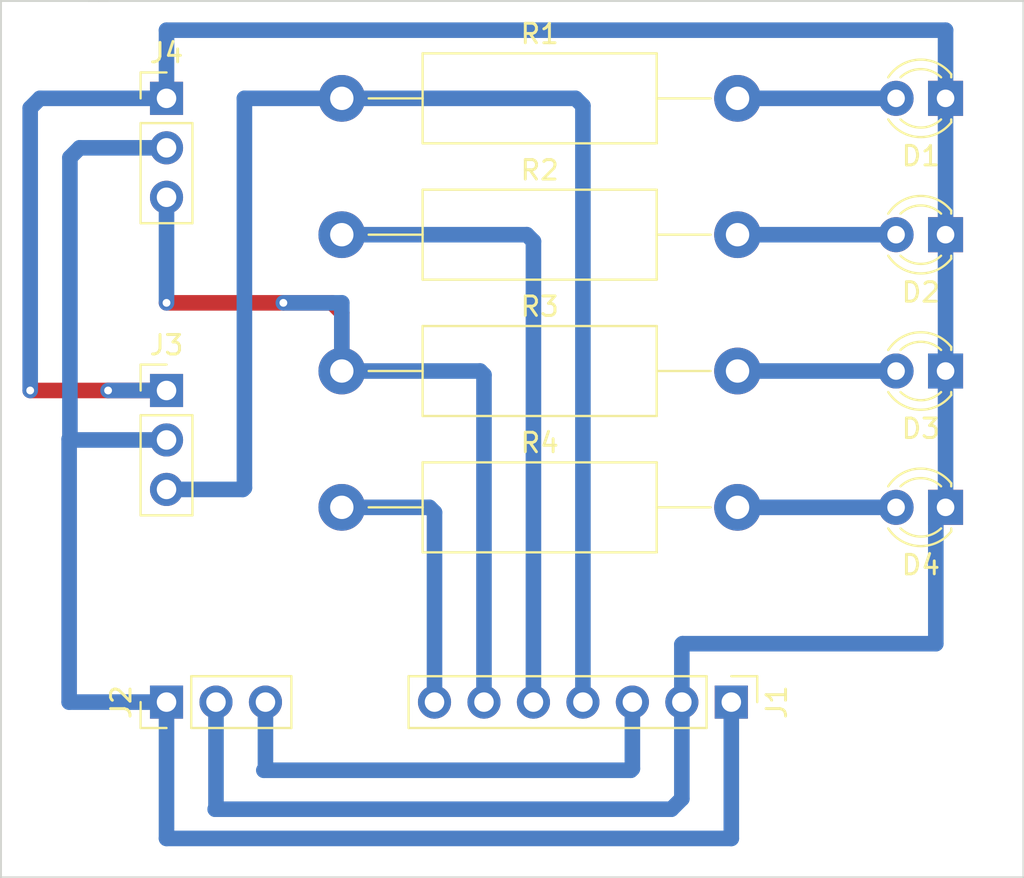
<source format=kicad_pcb>
(kicad_pcb (version 4) (host pcbnew 4.0.7)

  (general
    (links 21)
    (no_connects 0)
    (area 222.449999 68.949999 275.050001 114.050001)
    (thickness 1.6)
    (drawings 6)
    (tracks 68)
    (zones 0)
    (modules 12)
    (nets 12)
  )

  (page A4)
  (layers
    (0 F.Cu signal hide)
    (31 B.Cu signal)
    (32 B.Adhes user)
    (33 F.Adhes user)
    (34 B.Paste user)
    (35 F.Paste user)
    (36 B.SilkS user)
    (37 F.SilkS user)
    (38 B.Mask user)
    (39 F.Mask user)
    (40 Dwgs.User user)
    (41 Cmts.User user)
    (42 Eco1.User user)
    (43 Eco2.User user)
    (44 Edge.Cuts user)
    (45 Margin user)
    (46 B.CrtYd user)
    (47 F.CrtYd user)
    (48 B.Fab user)
    (49 F.Fab user)
  )

  (setup
    (last_trace_width 0.25)
    (user_trace_width 0.8)
    (trace_clearance 0.2)
    (zone_clearance 0.508)
    (zone_45_only no)
    (trace_min 0.2)
    (segment_width 0.2)
    (edge_width 0.1)
    (via_size 0.6)
    (via_drill 0.4)
    (via_min_size 0.4)
    (via_min_drill 0.3)
    (user_via 1.5 0.8)
    (uvia_size 0.3)
    (uvia_drill 0.1)
    (uvias_allowed no)
    (uvia_min_size 0.2)
    (uvia_min_drill 0.1)
    (pcb_text_width 0.3)
    (pcb_text_size 1.5 1.5)
    (mod_edge_width 0.15)
    (mod_text_size 1 1)
    (mod_text_width 0.15)
    (pad_size 1.5 1.5)
    (pad_drill 0.6)
    (pad_to_mask_clearance 0)
    (aux_axis_origin 0 0)
    (visible_elements FFFFFF7F)
    (pcbplotparams
      (layerselection 0x00030_80000001)
      (usegerberextensions false)
      (excludeedgelayer true)
      (linewidth 0.100000)
      (plotframeref false)
      (viasonmask false)
      (mode 1)
      (useauxorigin false)
      (hpglpennumber 1)
      (hpglpenspeed 20)
      (hpglpendiameter 15)
      (hpglpenoverlay 2)
      (psnegative false)
      (psa4output false)
      (plotreference true)
      (plotvalue true)
      (plotinvisibletext false)
      (padsonsilk false)
      (subtractmaskfromsilk false)
      (outputformat 4)
      (mirror false)
      (drillshape 0)
      (scaleselection 1)
      (outputdirectory ""))
  )

  (net 0 "")
  (net 1 "Net-(D1-Pad1)")
  (net 2 "Net-(D1-Pad2)")
  (net 3 "Net-(D2-Pad2)")
  (net 4 "Net-(D3-Pad2)")
  (net 5 "Net-(D4-Pad2)")
  (net 6 "Net-(J1-Pad1)")
  (net 7 "Net-(J1-Pad3)")
  (net 8 "Net-(J1-Pad4)")
  (net 9 "Net-(J1-Pad5)")
  (net 10 "Net-(J1-Pad6)")
  (net 11 "Net-(J1-Pad7)")

  (net_class Default "This is the default net class."
    (clearance 0.2)
    (trace_width 0.25)
    (via_dia 0.6)
    (via_drill 0.4)
    (uvia_dia 0.3)
    (uvia_drill 0.1)
    (add_net "Net-(D1-Pad1)")
    (add_net "Net-(D1-Pad2)")
    (add_net "Net-(D2-Pad2)")
    (add_net "Net-(D3-Pad2)")
    (add_net "Net-(D4-Pad2)")
    (add_net "Net-(J1-Pad1)")
    (add_net "Net-(J1-Pad3)")
    (add_net "Net-(J1-Pad4)")
    (add_net "Net-(J1-Pad5)")
    (add_net "Net-(J1-Pad6)")
    (add_net "Net-(J1-Pad7)")
  )

  (net_class MED ""
    (clearance 0.3)
    (trace_width 0.5)
    (via_dia 1)
    (via_drill 0.5)
    (uvia_dia 0.5)
    (uvia_drill 0.2)
  )

  (module LEDs:LED_D3.0mm (layer F.Cu) (tedit 587A3A7B) (tstamp 5C77CB31)
    (at 271 74 180)
    (descr "LED, diameter 3.0mm, 2 pins")
    (tags "LED diameter 3.0mm 2 pins")
    (path /5C6D01AC)
    (fp_text reference D1 (at 1.27 -2.96 180) (layer F.SilkS)
      (effects (font (size 1 1) (thickness 0.15)))
    )
    (fp_text value LED (at 1.27 2.96 180) (layer F.Fab)
      (effects (font (size 1 1) (thickness 0.15)))
    )
    (fp_arc (start 1.27 0) (end -0.23 -1.16619) (angle 284.3) (layer F.Fab) (width 0.1))
    (fp_arc (start 1.27 0) (end -0.29 -1.235516) (angle 108.8) (layer F.SilkS) (width 0.12))
    (fp_arc (start 1.27 0) (end -0.29 1.235516) (angle -108.8) (layer F.SilkS) (width 0.12))
    (fp_arc (start 1.27 0) (end 0.229039 -1.08) (angle 87.9) (layer F.SilkS) (width 0.12))
    (fp_arc (start 1.27 0) (end 0.229039 1.08) (angle -87.9) (layer F.SilkS) (width 0.12))
    (fp_circle (center 1.27 0) (end 2.77 0) (layer F.Fab) (width 0.1))
    (fp_line (start -0.23 -1.16619) (end -0.23 1.16619) (layer F.Fab) (width 0.1))
    (fp_line (start -0.29 -1.236) (end -0.29 -1.08) (layer F.SilkS) (width 0.12))
    (fp_line (start -0.29 1.08) (end -0.29 1.236) (layer F.SilkS) (width 0.12))
    (fp_line (start -1.15 -2.25) (end -1.15 2.25) (layer F.CrtYd) (width 0.05))
    (fp_line (start -1.15 2.25) (end 3.7 2.25) (layer F.CrtYd) (width 0.05))
    (fp_line (start 3.7 2.25) (end 3.7 -2.25) (layer F.CrtYd) (width 0.05))
    (fp_line (start 3.7 -2.25) (end -1.15 -2.25) (layer F.CrtYd) (width 0.05))
    (pad 1 thru_hole rect (at 0 0 180) (size 1.8 1.8) (drill 0.9) (layers *.Cu *.Mask)
      (net 1 "Net-(D1-Pad1)"))
    (pad 2 thru_hole circle (at 2.54 0 180) (size 1.8 1.8) (drill 0.9) (layers *.Cu *.Mask)
      (net 2 "Net-(D1-Pad2)"))
    (model ${KISYS3DMOD}/LEDs.3dshapes/LED_D3.0mm.wrl
      (at (xyz 0 0 0))
      (scale (xyz 0.393701 0.393701 0.393701))
      (rotate (xyz 0 0 0))
    )
  )

  (module LEDs:LED_D3.0mm (layer F.Cu) (tedit 587A3A7B) (tstamp 5C77CB44)
    (at 271 81 180)
    (descr "LED, diameter 3.0mm, 2 pins")
    (tags "LED diameter 3.0mm 2 pins")
    (path /5C6D021B)
    (fp_text reference D2 (at 1.27 -2.96 180) (layer F.SilkS)
      (effects (font (size 1 1) (thickness 0.15)))
    )
    (fp_text value LED (at 1.27 2.96 180) (layer F.Fab)
      (effects (font (size 1 1) (thickness 0.15)))
    )
    (fp_arc (start 1.27 0) (end -0.23 -1.16619) (angle 284.3) (layer F.Fab) (width 0.1))
    (fp_arc (start 1.27 0) (end -0.29 -1.235516) (angle 108.8) (layer F.SilkS) (width 0.12))
    (fp_arc (start 1.27 0) (end -0.29 1.235516) (angle -108.8) (layer F.SilkS) (width 0.12))
    (fp_arc (start 1.27 0) (end 0.229039 -1.08) (angle 87.9) (layer F.SilkS) (width 0.12))
    (fp_arc (start 1.27 0) (end 0.229039 1.08) (angle -87.9) (layer F.SilkS) (width 0.12))
    (fp_circle (center 1.27 0) (end 2.77 0) (layer F.Fab) (width 0.1))
    (fp_line (start -0.23 -1.16619) (end -0.23 1.16619) (layer F.Fab) (width 0.1))
    (fp_line (start -0.29 -1.236) (end -0.29 -1.08) (layer F.SilkS) (width 0.12))
    (fp_line (start -0.29 1.08) (end -0.29 1.236) (layer F.SilkS) (width 0.12))
    (fp_line (start -1.15 -2.25) (end -1.15 2.25) (layer F.CrtYd) (width 0.05))
    (fp_line (start -1.15 2.25) (end 3.7 2.25) (layer F.CrtYd) (width 0.05))
    (fp_line (start 3.7 2.25) (end 3.7 -2.25) (layer F.CrtYd) (width 0.05))
    (fp_line (start 3.7 -2.25) (end -1.15 -2.25) (layer F.CrtYd) (width 0.05))
    (pad 1 thru_hole rect (at 0 0 180) (size 1.8 1.8) (drill 0.9) (layers *.Cu *.Mask)
      (net 1 "Net-(D1-Pad1)"))
    (pad 2 thru_hole circle (at 2.54 0 180) (size 1.8 1.8) (drill 0.9) (layers *.Cu *.Mask)
      (net 3 "Net-(D2-Pad2)"))
    (model ${KISYS3DMOD}/LEDs.3dshapes/LED_D3.0mm.wrl
      (at (xyz 0 0 0))
      (scale (xyz 0.393701 0.393701 0.393701))
      (rotate (xyz 0 0 0))
    )
  )

  (module LEDs:LED_D3.0mm (layer F.Cu) (tedit 587A3A7B) (tstamp 5C77CB57)
    (at 271 88 180)
    (descr "LED, diameter 3.0mm, 2 pins")
    (tags "LED diameter 3.0mm 2 pins")
    (path /5C6D013D)
    (fp_text reference D3 (at 1.27 -2.96 180) (layer F.SilkS)
      (effects (font (size 1 1) (thickness 0.15)))
    )
    (fp_text value LED (at 1.27 2.96 180) (layer F.Fab)
      (effects (font (size 1 1) (thickness 0.15)))
    )
    (fp_arc (start 1.27 0) (end -0.23 -1.16619) (angle 284.3) (layer F.Fab) (width 0.1))
    (fp_arc (start 1.27 0) (end -0.29 -1.235516) (angle 108.8) (layer F.SilkS) (width 0.12))
    (fp_arc (start 1.27 0) (end -0.29 1.235516) (angle -108.8) (layer F.SilkS) (width 0.12))
    (fp_arc (start 1.27 0) (end 0.229039 -1.08) (angle 87.9) (layer F.SilkS) (width 0.12))
    (fp_arc (start 1.27 0) (end 0.229039 1.08) (angle -87.9) (layer F.SilkS) (width 0.12))
    (fp_circle (center 1.27 0) (end 2.77 0) (layer F.Fab) (width 0.1))
    (fp_line (start -0.23 -1.16619) (end -0.23 1.16619) (layer F.Fab) (width 0.1))
    (fp_line (start -0.29 -1.236) (end -0.29 -1.08) (layer F.SilkS) (width 0.12))
    (fp_line (start -0.29 1.08) (end -0.29 1.236) (layer F.SilkS) (width 0.12))
    (fp_line (start -1.15 -2.25) (end -1.15 2.25) (layer F.CrtYd) (width 0.05))
    (fp_line (start -1.15 2.25) (end 3.7 2.25) (layer F.CrtYd) (width 0.05))
    (fp_line (start 3.7 2.25) (end 3.7 -2.25) (layer F.CrtYd) (width 0.05))
    (fp_line (start 3.7 -2.25) (end -1.15 -2.25) (layer F.CrtYd) (width 0.05))
    (pad 1 thru_hole rect (at 0 0 180) (size 1.8 1.8) (drill 0.9) (layers *.Cu *.Mask)
      (net 1 "Net-(D1-Pad1)"))
    (pad 2 thru_hole circle (at 2.54 0 180) (size 1.8 1.8) (drill 0.9) (layers *.Cu *.Mask)
      (net 4 "Net-(D3-Pad2)"))
    (model ${KISYS3DMOD}/LEDs.3dshapes/LED_D3.0mm.wrl
      (at (xyz 0 0 0))
      (scale (xyz 0.393701 0.393701 0.393701))
      (rotate (xyz 0 0 0))
    )
  )

  (module LEDs:LED_D3.0mm (layer F.Cu) (tedit 587A3A7B) (tstamp 5C77CB6A)
    (at 271 95 180)
    (descr "LED, diameter 3.0mm, 2 pins")
    (tags "LED diameter 3.0mm 2 pins")
    (path /5C6D00FC)
    (fp_text reference D4 (at 1.27 -2.96 180) (layer F.SilkS)
      (effects (font (size 1 1) (thickness 0.15)))
    )
    (fp_text value LED (at 1.27 2.96 180) (layer F.Fab)
      (effects (font (size 1 1) (thickness 0.15)))
    )
    (fp_arc (start 1.27 0) (end -0.23 -1.16619) (angle 284.3) (layer F.Fab) (width 0.1))
    (fp_arc (start 1.27 0) (end -0.29 -1.235516) (angle 108.8) (layer F.SilkS) (width 0.12))
    (fp_arc (start 1.27 0) (end -0.29 1.235516) (angle -108.8) (layer F.SilkS) (width 0.12))
    (fp_arc (start 1.27 0) (end 0.229039 -1.08) (angle 87.9) (layer F.SilkS) (width 0.12))
    (fp_arc (start 1.27 0) (end 0.229039 1.08) (angle -87.9) (layer F.SilkS) (width 0.12))
    (fp_circle (center 1.27 0) (end 2.77 0) (layer F.Fab) (width 0.1))
    (fp_line (start -0.23 -1.16619) (end -0.23 1.16619) (layer F.Fab) (width 0.1))
    (fp_line (start -0.29 -1.236) (end -0.29 -1.08) (layer F.SilkS) (width 0.12))
    (fp_line (start -0.29 1.08) (end -0.29 1.236) (layer F.SilkS) (width 0.12))
    (fp_line (start -1.15 -2.25) (end -1.15 2.25) (layer F.CrtYd) (width 0.05))
    (fp_line (start -1.15 2.25) (end 3.7 2.25) (layer F.CrtYd) (width 0.05))
    (fp_line (start 3.7 2.25) (end 3.7 -2.25) (layer F.CrtYd) (width 0.05))
    (fp_line (start 3.7 -2.25) (end -1.15 -2.25) (layer F.CrtYd) (width 0.05))
    (pad 1 thru_hole rect (at 0 0 180) (size 1.8 1.8) (drill 0.9) (layers *.Cu *.Mask)
      (net 1 "Net-(D1-Pad1)"))
    (pad 2 thru_hole circle (at 2.54 0 180) (size 1.8 1.8) (drill 0.9) (layers *.Cu *.Mask)
      (net 5 "Net-(D4-Pad2)"))
    (model ${KISYS3DMOD}/LEDs.3dshapes/LED_D3.0mm.wrl
      (at (xyz 0 0 0))
      (scale (xyz 0.393701 0.393701 0.393701))
      (rotate (xyz 0 0 0))
    )
  )

  (module Pin_Headers:Pin_Header_Straight_1x07_Pitch2.54mm (layer F.Cu) (tedit 59650532) (tstamp 5C77CB85)
    (at 260 105 270)
    (descr "Through hole straight pin header, 1x07, 2.54mm pitch, single row")
    (tags "Through hole pin header THT 1x07 2.54mm single row")
    (path /5C6FA103)
    (fp_text reference J1 (at 0 -2.33 270) (layer F.SilkS)
      (effects (font (size 1 1) (thickness 0.15)))
    )
    (fp_text value Conn_01x07 (at 0 17.57 270) (layer F.Fab)
      (effects (font (size 1 1) (thickness 0.15)))
    )
    (fp_line (start -0.635 -1.27) (end 1.27 -1.27) (layer F.Fab) (width 0.1))
    (fp_line (start 1.27 -1.27) (end 1.27 16.51) (layer F.Fab) (width 0.1))
    (fp_line (start 1.27 16.51) (end -1.27 16.51) (layer F.Fab) (width 0.1))
    (fp_line (start -1.27 16.51) (end -1.27 -0.635) (layer F.Fab) (width 0.1))
    (fp_line (start -1.27 -0.635) (end -0.635 -1.27) (layer F.Fab) (width 0.1))
    (fp_line (start -1.33 16.57) (end 1.33 16.57) (layer F.SilkS) (width 0.12))
    (fp_line (start -1.33 1.27) (end -1.33 16.57) (layer F.SilkS) (width 0.12))
    (fp_line (start 1.33 1.27) (end 1.33 16.57) (layer F.SilkS) (width 0.12))
    (fp_line (start -1.33 1.27) (end 1.33 1.27) (layer F.SilkS) (width 0.12))
    (fp_line (start -1.33 0) (end -1.33 -1.33) (layer F.SilkS) (width 0.12))
    (fp_line (start -1.33 -1.33) (end 0 -1.33) (layer F.SilkS) (width 0.12))
    (fp_line (start -1.8 -1.8) (end -1.8 17.05) (layer F.CrtYd) (width 0.05))
    (fp_line (start -1.8 17.05) (end 1.8 17.05) (layer F.CrtYd) (width 0.05))
    (fp_line (start 1.8 17.05) (end 1.8 -1.8) (layer F.CrtYd) (width 0.05))
    (fp_line (start 1.8 -1.8) (end -1.8 -1.8) (layer F.CrtYd) (width 0.05))
    (fp_text user %R (at 0 7.62 360) (layer F.Fab)
      (effects (font (size 1 1) (thickness 0.15)))
    )
    (pad 1 thru_hole rect (at 0 0 270) (size 1.7 1.7) (drill 1) (layers *.Cu *.Mask)
      (net 6 "Net-(J1-Pad1)"))
    (pad 2 thru_hole oval (at 0 2.54 270) (size 1.7 1.7) (drill 1) (layers *.Cu *.Mask)
      (net 1 "Net-(D1-Pad1)"))
    (pad 3 thru_hole oval (at 0 5.08 270) (size 1.7 1.7) (drill 1) (layers *.Cu *.Mask)
      (net 7 "Net-(J1-Pad3)"))
    (pad 4 thru_hole oval (at 0 7.62 270) (size 1.7 1.7) (drill 1) (layers *.Cu *.Mask)
      (net 8 "Net-(J1-Pad4)"))
    (pad 5 thru_hole oval (at 0 10.16 270) (size 1.7 1.7) (drill 1) (layers *.Cu *.Mask)
      (net 9 "Net-(J1-Pad5)"))
    (pad 6 thru_hole oval (at 0 12.7 270) (size 1.7 1.7) (drill 1) (layers *.Cu *.Mask)
      (net 10 "Net-(J1-Pad6)"))
    (pad 7 thru_hole oval (at 0 15.24 270) (size 1.7 1.7) (drill 1) (layers *.Cu *.Mask)
      (net 11 "Net-(J1-Pad7)"))
    (model ${KISYS3DMOD}/Pin_Headers.3dshapes/Pin_Header_Straight_1x07_Pitch2.54mm.wrl
      (at (xyz 0 0 0))
      (scale (xyz 1 1 1))
      (rotate (xyz 0 0 0))
    )
  )

  (module Socket_Strips:Socket_Strip_Straight_1x03_Pitch2.54mm (layer F.Cu) (tedit 58CD5446) (tstamp 5C77CB9B)
    (at 231 105 90)
    (descr "Through hole straight socket strip, 1x03, 2.54mm pitch, single row")
    (tags "Through hole socket strip THT 1x03 2.54mm single row")
    (path /5C75928C)
    (fp_text reference J2 (at 0 -2.33 90) (layer F.SilkS)
      (effects (font (size 1 1) (thickness 0.15)))
    )
    (fp_text value Conn_01x03_Female (at 0 7.41 90) (layer F.Fab)
      (effects (font (size 1 1) (thickness 0.15)))
    )
    (fp_line (start -1.27 -1.27) (end -1.27 6.35) (layer F.Fab) (width 0.1))
    (fp_line (start -1.27 6.35) (end 1.27 6.35) (layer F.Fab) (width 0.1))
    (fp_line (start 1.27 6.35) (end 1.27 -1.27) (layer F.Fab) (width 0.1))
    (fp_line (start 1.27 -1.27) (end -1.27 -1.27) (layer F.Fab) (width 0.1))
    (fp_line (start -1.33 1.27) (end -1.33 6.41) (layer F.SilkS) (width 0.12))
    (fp_line (start -1.33 6.41) (end 1.33 6.41) (layer F.SilkS) (width 0.12))
    (fp_line (start 1.33 6.41) (end 1.33 1.27) (layer F.SilkS) (width 0.12))
    (fp_line (start 1.33 1.27) (end -1.33 1.27) (layer F.SilkS) (width 0.12))
    (fp_line (start -1.33 0) (end -1.33 -1.33) (layer F.SilkS) (width 0.12))
    (fp_line (start -1.33 -1.33) (end 0 -1.33) (layer F.SilkS) (width 0.12))
    (fp_line (start -1.8 -1.8) (end -1.8 6.85) (layer F.CrtYd) (width 0.05))
    (fp_line (start -1.8 6.85) (end 1.8 6.85) (layer F.CrtYd) (width 0.05))
    (fp_line (start 1.8 6.85) (end 1.8 -1.8) (layer F.CrtYd) (width 0.05))
    (fp_line (start 1.8 -1.8) (end -1.8 -1.8) (layer F.CrtYd) (width 0.05))
    (fp_text user %R (at 0 -2.33 90) (layer F.Fab)
      (effects (font (size 1 1) (thickness 0.15)))
    )
    (pad 1 thru_hole rect (at 0 0 90) (size 1.7 1.7) (drill 1) (layers *.Cu *.Mask)
      (net 6 "Net-(J1-Pad1)"))
    (pad 2 thru_hole oval (at 0 2.54 90) (size 1.7 1.7) (drill 1) (layers *.Cu *.Mask)
      (net 1 "Net-(D1-Pad1)"))
    (pad 3 thru_hole oval (at 0 5.08 90) (size 1.7 1.7) (drill 1) (layers *.Cu *.Mask)
      (net 7 "Net-(J1-Pad3)"))
    (model ${KISYS3DMOD}/Socket_Strips.3dshapes/Socket_Strip_Straight_1x03_Pitch2.54mm.wrl
      (at (xyz 0 -0.1 0))
      (scale (xyz 1 1 1))
      (rotate (xyz 0 0 270))
    )
  )

  (module Socket_Strips:Socket_Strip_Straight_1x03_Pitch2.54mm (layer F.Cu) (tedit 58CD5446) (tstamp 5C77CBB1)
    (at 231 89)
    (descr "Through hole straight socket strip, 1x03, 2.54mm pitch, single row")
    (tags "Through hole socket strip THT 1x03 2.54mm single row")
    (path /5C7593E2)
    (fp_text reference J3 (at 0 -2.33) (layer F.SilkS)
      (effects (font (size 1 1) (thickness 0.15)))
    )
    (fp_text value Conn_01x03_Female (at 0 7.41) (layer F.Fab)
      (effects (font (size 1 1) (thickness 0.15)))
    )
    (fp_line (start -1.27 -1.27) (end -1.27 6.35) (layer F.Fab) (width 0.1))
    (fp_line (start -1.27 6.35) (end 1.27 6.35) (layer F.Fab) (width 0.1))
    (fp_line (start 1.27 6.35) (end 1.27 -1.27) (layer F.Fab) (width 0.1))
    (fp_line (start 1.27 -1.27) (end -1.27 -1.27) (layer F.Fab) (width 0.1))
    (fp_line (start -1.33 1.27) (end -1.33 6.41) (layer F.SilkS) (width 0.12))
    (fp_line (start -1.33 6.41) (end 1.33 6.41) (layer F.SilkS) (width 0.12))
    (fp_line (start 1.33 6.41) (end 1.33 1.27) (layer F.SilkS) (width 0.12))
    (fp_line (start 1.33 1.27) (end -1.33 1.27) (layer F.SilkS) (width 0.12))
    (fp_line (start -1.33 0) (end -1.33 -1.33) (layer F.SilkS) (width 0.12))
    (fp_line (start -1.33 -1.33) (end 0 -1.33) (layer F.SilkS) (width 0.12))
    (fp_line (start -1.8 -1.8) (end -1.8 6.85) (layer F.CrtYd) (width 0.05))
    (fp_line (start -1.8 6.85) (end 1.8 6.85) (layer F.CrtYd) (width 0.05))
    (fp_line (start 1.8 6.85) (end 1.8 -1.8) (layer F.CrtYd) (width 0.05))
    (fp_line (start 1.8 -1.8) (end -1.8 -1.8) (layer F.CrtYd) (width 0.05))
    (fp_text user %R (at 0 -2.33) (layer F.Fab)
      (effects (font (size 1 1) (thickness 0.15)))
    )
    (pad 1 thru_hole rect (at 0 0) (size 1.7 1.7) (drill 1) (layers *.Cu *.Mask)
      (net 1 "Net-(D1-Pad1)"))
    (pad 2 thru_hole oval (at 0 2.54) (size 1.7 1.7) (drill 1) (layers *.Cu *.Mask)
      (net 6 "Net-(J1-Pad1)"))
    (pad 3 thru_hole oval (at 0 5.08) (size 1.7 1.7) (drill 1) (layers *.Cu *.Mask)
      (net 8 "Net-(J1-Pad4)"))
    (model ${KISYS3DMOD}/Socket_Strips.3dshapes/Socket_Strip_Straight_1x03_Pitch2.54mm.wrl
      (at (xyz 0 -0.1 0))
      (scale (xyz 1 1 1))
      (rotate (xyz 0 0 270))
    )
  )

  (module Socket_Strips:Socket_Strip_Straight_1x03_Pitch2.54mm (layer F.Cu) (tedit 58CD5446) (tstamp 5C77CBC7)
    (at 231 74)
    (descr "Through hole straight socket strip, 1x03, 2.54mm pitch, single row")
    (tags "Through hole socket strip THT 1x03 2.54mm single row")
    (path /5C759463)
    (fp_text reference J4 (at 0 -2.33) (layer F.SilkS)
      (effects (font (size 1 1) (thickness 0.15)))
    )
    (fp_text value Conn_01x03_Female (at 0 7.41) (layer F.Fab)
      (effects (font (size 1 1) (thickness 0.15)))
    )
    (fp_line (start -1.27 -1.27) (end -1.27 6.35) (layer F.Fab) (width 0.1))
    (fp_line (start -1.27 6.35) (end 1.27 6.35) (layer F.Fab) (width 0.1))
    (fp_line (start 1.27 6.35) (end 1.27 -1.27) (layer F.Fab) (width 0.1))
    (fp_line (start 1.27 -1.27) (end -1.27 -1.27) (layer F.Fab) (width 0.1))
    (fp_line (start -1.33 1.27) (end -1.33 6.41) (layer F.SilkS) (width 0.12))
    (fp_line (start -1.33 6.41) (end 1.33 6.41) (layer F.SilkS) (width 0.12))
    (fp_line (start 1.33 6.41) (end 1.33 1.27) (layer F.SilkS) (width 0.12))
    (fp_line (start 1.33 1.27) (end -1.33 1.27) (layer F.SilkS) (width 0.12))
    (fp_line (start -1.33 0) (end -1.33 -1.33) (layer F.SilkS) (width 0.12))
    (fp_line (start -1.33 -1.33) (end 0 -1.33) (layer F.SilkS) (width 0.12))
    (fp_line (start -1.8 -1.8) (end -1.8 6.85) (layer F.CrtYd) (width 0.05))
    (fp_line (start -1.8 6.85) (end 1.8 6.85) (layer F.CrtYd) (width 0.05))
    (fp_line (start 1.8 6.85) (end 1.8 -1.8) (layer F.CrtYd) (width 0.05))
    (fp_line (start 1.8 -1.8) (end -1.8 -1.8) (layer F.CrtYd) (width 0.05))
    (fp_text user %R (at 0 -2.33) (layer F.Fab)
      (effects (font (size 1 1) (thickness 0.15)))
    )
    (pad 1 thru_hole rect (at 0 0) (size 1.7 1.7) (drill 1) (layers *.Cu *.Mask)
      (net 1 "Net-(D1-Pad1)"))
    (pad 2 thru_hole oval (at 0 2.54) (size 1.7 1.7) (drill 1) (layers *.Cu *.Mask)
      (net 6 "Net-(J1-Pad1)"))
    (pad 3 thru_hole oval (at 0 5.08) (size 1.7 1.7) (drill 1) (layers *.Cu *.Mask)
      (net 10 "Net-(J1-Pad6)"))
    (model ${KISYS3DMOD}/Socket_Strips.3dshapes/Socket_Strip_Straight_1x03_Pitch2.54mm.wrl
      (at (xyz 0 -0.1 0))
      (scale (xyz 1 1 1))
      (rotate (xyz 0 0 270))
    )
  )

  (module Resistors_THT:R_Axial_DIN0414_L11.9mm_D4.5mm_P20.32mm_Horizontal (layer F.Cu) (tedit 5874F706) (tstamp 5C77CBDD)
    (at 240 74)
    (descr "Resistor, Axial_DIN0414 series, Axial, Horizontal, pin pitch=20.32mm, 2W, length*diameter=11.9*4.5mm^2, http://www.vishay.com/docs/20128/wkxwrx.pdf")
    (tags "Resistor Axial_DIN0414 series Axial Horizontal pin pitch 20.32mm 2W length 11.9mm diameter 4.5mm")
    (path /5C6D122D)
    (fp_text reference R1 (at 10.16 -3.31) (layer F.SilkS)
      (effects (font (size 1 1) (thickness 0.15)))
    )
    (fp_text value 2.2k (at 10.16 3.31) (layer F.Fab)
      (effects (font (size 1 1) (thickness 0.15)))
    )
    (fp_line (start 4.21 -2.25) (end 4.21 2.25) (layer F.Fab) (width 0.1))
    (fp_line (start 4.21 2.25) (end 16.11 2.25) (layer F.Fab) (width 0.1))
    (fp_line (start 16.11 2.25) (end 16.11 -2.25) (layer F.Fab) (width 0.1))
    (fp_line (start 16.11 -2.25) (end 4.21 -2.25) (layer F.Fab) (width 0.1))
    (fp_line (start 0 0) (end 4.21 0) (layer F.Fab) (width 0.1))
    (fp_line (start 20.32 0) (end 16.11 0) (layer F.Fab) (width 0.1))
    (fp_line (start 4.15 -2.31) (end 4.15 2.31) (layer F.SilkS) (width 0.12))
    (fp_line (start 4.15 2.31) (end 16.17 2.31) (layer F.SilkS) (width 0.12))
    (fp_line (start 16.17 2.31) (end 16.17 -2.31) (layer F.SilkS) (width 0.12))
    (fp_line (start 16.17 -2.31) (end 4.15 -2.31) (layer F.SilkS) (width 0.12))
    (fp_line (start 1.38 0) (end 4.15 0) (layer F.SilkS) (width 0.12))
    (fp_line (start 18.94 0) (end 16.17 0) (layer F.SilkS) (width 0.12))
    (fp_line (start -1.45 -2.6) (end -1.45 2.6) (layer F.CrtYd) (width 0.05))
    (fp_line (start -1.45 2.6) (end 21.8 2.6) (layer F.CrtYd) (width 0.05))
    (fp_line (start 21.8 2.6) (end 21.8 -2.6) (layer F.CrtYd) (width 0.05))
    (fp_line (start 21.8 -2.6) (end -1.45 -2.6) (layer F.CrtYd) (width 0.05))
    (pad 1 thru_hole circle (at 0 0) (size 2.4 2.4) (drill 1.2) (layers *.Cu *.Mask)
      (net 8 "Net-(J1-Pad4)"))
    (pad 2 thru_hole oval (at 20.32 0) (size 2.4 2.4) (drill 1.2) (layers *.Cu *.Mask)
      (net 2 "Net-(D1-Pad2)"))
    (model ${KISYS3DMOD}/Resistors_THT.3dshapes/R_Axial_DIN0414_L11.9mm_D4.5mm_P20.32mm_Horizontal.wrl
      (at (xyz 0 0 0))
      (scale (xyz 0.393701 0.393701 0.393701))
      (rotate (xyz 0 0 0))
    )
  )

  (module Resistors_THT:R_Axial_DIN0414_L11.9mm_D4.5mm_P20.32mm_Horizontal (layer F.Cu) (tedit 5874F706) (tstamp 5C77CBF3)
    (at 240 81)
    (descr "Resistor, Axial_DIN0414 series, Axial, Horizontal, pin pitch=20.32mm, 2W, length*diameter=11.9*4.5mm^2, http://www.vishay.com/docs/20128/wkxwrx.pdf")
    (tags "Resistor Axial_DIN0414 series Axial Horizontal pin pitch 20.32mm 2W length 11.9mm diameter 4.5mm")
    (path /5C6D11CC)
    (fp_text reference R2 (at 10.16 -3.31) (layer F.SilkS)
      (effects (font (size 1 1) (thickness 0.15)))
    )
    (fp_text value 2.2k (at 10.16 3.31) (layer F.Fab)
      (effects (font (size 1 1) (thickness 0.15)))
    )
    (fp_line (start 4.21 -2.25) (end 4.21 2.25) (layer F.Fab) (width 0.1))
    (fp_line (start 4.21 2.25) (end 16.11 2.25) (layer F.Fab) (width 0.1))
    (fp_line (start 16.11 2.25) (end 16.11 -2.25) (layer F.Fab) (width 0.1))
    (fp_line (start 16.11 -2.25) (end 4.21 -2.25) (layer F.Fab) (width 0.1))
    (fp_line (start 0 0) (end 4.21 0) (layer F.Fab) (width 0.1))
    (fp_line (start 20.32 0) (end 16.11 0) (layer F.Fab) (width 0.1))
    (fp_line (start 4.15 -2.31) (end 4.15 2.31) (layer F.SilkS) (width 0.12))
    (fp_line (start 4.15 2.31) (end 16.17 2.31) (layer F.SilkS) (width 0.12))
    (fp_line (start 16.17 2.31) (end 16.17 -2.31) (layer F.SilkS) (width 0.12))
    (fp_line (start 16.17 -2.31) (end 4.15 -2.31) (layer F.SilkS) (width 0.12))
    (fp_line (start 1.38 0) (end 4.15 0) (layer F.SilkS) (width 0.12))
    (fp_line (start 18.94 0) (end 16.17 0) (layer F.SilkS) (width 0.12))
    (fp_line (start -1.45 -2.6) (end -1.45 2.6) (layer F.CrtYd) (width 0.05))
    (fp_line (start -1.45 2.6) (end 21.8 2.6) (layer F.CrtYd) (width 0.05))
    (fp_line (start 21.8 2.6) (end 21.8 -2.6) (layer F.CrtYd) (width 0.05))
    (fp_line (start 21.8 -2.6) (end -1.45 -2.6) (layer F.CrtYd) (width 0.05))
    (pad 1 thru_hole circle (at 0 0) (size 2.4 2.4) (drill 1.2) (layers *.Cu *.Mask)
      (net 9 "Net-(J1-Pad5)"))
    (pad 2 thru_hole oval (at 20.32 0) (size 2.4 2.4) (drill 1.2) (layers *.Cu *.Mask)
      (net 3 "Net-(D2-Pad2)"))
    (model ${KISYS3DMOD}/Resistors_THT.3dshapes/R_Axial_DIN0414_L11.9mm_D4.5mm_P20.32mm_Horizontal.wrl
      (at (xyz 0 0 0))
      (scale (xyz 0.393701 0.393701 0.393701))
      (rotate (xyz 0 0 0))
    )
  )

  (module Resistors_THT:R_Axial_DIN0414_L11.9mm_D4.5mm_P20.32mm_Horizontal (layer F.Cu) (tedit 5874F706) (tstamp 5C77CC09)
    (at 240 88)
    (descr "Resistor, Axial_DIN0414 series, Axial, Horizontal, pin pitch=20.32mm, 2W, length*diameter=11.9*4.5mm^2, http://www.vishay.com/docs/20128/wkxwrx.pdf")
    (tags "Resistor Axial_DIN0414 series Axial Horizontal pin pitch 20.32mm 2W length 11.9mm diameter 4.5mm")
    (path /5C6D12A4)
    (fp_text reference R3 (at 10.16 -3.31) (layer F.SilkS)
      (effects (font (size 1 1) (thickness 0.15)))
    )
    (fp_text value 2.2k (at 10.16 3.31) (layer F.Fab)
      (effects (font (size 1 1) (thickness 0.15)))
    )
    (fp_line (start 4.21 -2.25) (end 4.21 2.25) (layer F.Fab) (width 0.1))
    (fp_line (start 4.21 2.25) (end 16.11 2.25) (layer F.Fab) (width 0.1))
    (fp_line (start 16.11 2.25) (end 16.11 -2.25) (layer F.Fab) (width 0.1))
    (fp_line (start 16.11 -2.25) (end 4.21 -2.25) (layer F.Fab) (width 0.1))
    (fp_line (start 0 0) (end 4.21 0) (layer F.Fab) (width 0.1))
    (fp_line (start 20.32 0) (end 16.11 0) (layer F.Fab) (width 0.1))
    (fp_line (start 4.15 -2.31) (end 4.15 2.31) (layer F.SilkS) (width 0.12))
    (fp_line (start 4.15 2.31) (end 16.17 2.31) (layer F.SilkS) (width 0.12))
    (fp_line (start 16.17 2.31) (end 16.17 -2.31) (layer F.SilkS) (width 0.12))
    (fp_line (start 16.17 -2.31) (end 4.15 -2.31) (layer F.SilkS) (width 0.12))
    (fp_line (start 1.38 0) (end 4.15 0) (layer F.SilkS) (width 0.12))
    (fp_line (start 18.94 0) (end 16.17 0) (layer F.SilkS) (width 0.12))
    (fp_line (start -1.45 -2.6) (end -1.45 2.6) (layer F.CrtYd) (width 0.05))
    (fp_line (start -1.45 2.6) (end 21.8 2.6) (layer F.CrtYd) (width 0.05))
    (fp_line (start 21.8 2.6) (end 21.8 -2.6) (layer F.CrtYd) (width 0.05))
    (fp_line (start 21.8 -2.6) (end -1.45 -2.6) (layer F.CrtYd) (width 0.05))
    (pad 1 thru_hole circle (at 0 0) (size 2.4 2.4) (drill 1.2) (layers *.Cu *.Mask)
      (net 10 "Net-(J1-Pad6)"))
    (pad 2 thru_hole oval (at 20.32 0) (size 2.4 2.4) (drill 1.2) (layers *.Cu *.Mask)
      (net 4 "Net-(D3-Pad2)"))
    (model ${KISYS3DMOD}/Resistors_THT.3dshapes/R_Axial_DIN0414_L11.9mm_D4.5mm_P20.32mm_Horizontal.wrl
      (at (xyz 0 0 0))
      (scale (xyz 0.393701 0.393701 0.393701))
      (rotate (xyz 0 0 0))
    )
  )

  (module Resistors_THT:R_Axial_DIN0414_L11.9mm_D4.5mm_P20.32mm_Horizontal (layer F.Cu) (tedit 5874F706) (tstamp 5C77CC1F)
    (at 240 95)
    (descr "Resistor, Axial_DIN0414 series, Axial, Horizontal, pin pitch=20.32mm, 2W, length*diameter=11.9*4.5mm^2, http://www.vishay.com/docs/20128/wkxwrx.pdf")
    (tags "Resistor Axial_DIN0414 series Axial Horizontal pin pitch 20.32mm 2W length 11.9mm diameter 4.5mm")
    (path /5C6D1321)
    (fp_text reference R4 (at 10.16 -3.31) (layer F.SilkS)
      (effects (font (size 1 1) (thickness 0.15)))
    )
    (fp_text value 2.2k (at 10.16 3.31) (layer F.Fab)
      (effects (font (size 1 1) (thickness 0.15)))
    )
    (fp_line (start 4.21 -2.25) (end 4.21 2.25) (layer F.Fab) (width 0.1))
    (fp_line (start 4.21 2.25) (end 16.11 2.25) (layer F.Fab) (width 0.1))
    (fp_line (start 16.11 2.25) (end 16.11 -2.25) (layer F.Fab) (width 0.1))
    (fp_line (start 16.11 -2.25) (end 4.21 -2.25) (layer F.Fab) (width 0.1))
    (fp_line (start 0 0) (end 4.21 0) (layer F.Fab) (width 0.1))
    (fp_line (start 20.32 0) (end 16.11 0) (layer F.Fab) (width 0.1))
    (fp_line (start 4.15 -2.31) (end 4.15 2.31) (layer F.SilkS) (width 0.12))
    (fp_line (start 4.15 2.31) (end 16.17 2.31) (layer F.SilkS) (width 0.12))
    (fp_line (start 16.17 2.31) (end 16.17 -2.31) (layer F.SilkS) (width 0.12))
    (fp_line (start 16.17 -2.31) (end 4.15 -2.31) (layer F.SilkS) (width 0.12))
    (fp_line (start 1.38 0) (end 4.15 0) (layer F.SilkS) (width 0.12))
    (fp_line (start 18.94 0) (end 16.17 0) (layer F.SilkS) (width 0.12))
    (fp_line (start -1.45 -2.6) (end -1.45 2.6) (layer F.CrtYd) (width 0.05))
    (fp_line (start -1.45 2.6) (end 21.8 2.6) (layer F.CrtYd) (width 0.05))
    (fp_line (start 21.8 2.6) (end 21.8 -2.6) (layer F.CrtYd) (width 0.05))
    (fp_line (start 21.8 -2.6) (end -1.45 -2.6) (layer F.CrtYd) (width 0.05))
    (pad 1 thru_hole circle (at 0 0) (size 2.4 2.4) (drill 1.2) (layers *.Cu *.Mask)
      (net 11 "Net-(J1-Pad7)"))
    (pad 2 thru_hole oval (at 20.32 0) (size 2.4 2.4) (drill 1.2) (layers *.Cu *.Mask)
      (net 5 "Net-(D4-Pad2)"))
    (model ${KISYS3DMOD}/Resistors_THT.3dshapes/R_Axial_DIN0414_L11.9mm_D4.5mm_P20.32mm_Horizontal.wrl
      (at (xyz 0 0 0))
      (scale (xyz 0.393701 0.393701 0.393701))
      (rotate (xyz 0 0 0))
    )
  )

  (gr_line (start 227.5 69) (end 228 69) (angle 90) (layer Edge.Cuts) (width 0.1))
  (gr_line (start 222.5 69) (end 227.5 69) (angle 90) (layer Edge.Cuts) (width 0.1))
  (gr_line (start 222.5 114) (end 222.5 69) (angle 90) (layer Edge.Cuts) (width 0.1))
  (gr_line (start 275 114) (end 222.5 114) (angle 90) (layer Edge.Cuts) (width 0.1))
  (gr_line (start 275 69) (end 275 114) (angle 90) (layer Edge.Cuts) (width 0.1))
  (gr_line (start 227 69) (end 275 69) (angle 90) (layer Edge.Cuts) (width 0.1))

  (via (at 228 89) (size 0.6) (drill 0.4) (layers F.Cu B.Cu) (net 1))
  (segment (start 231 89) (end 228 89) (width 0.8) (layer F.Cu) (net 1))
  (segment (start 228 89) (end 224 89) (width 0.8) (layer F.Cu) (net 1) (tstamp 5C78089A))
  (segment (start 224.5 74) (end 224 74.5) (width 0.8) (layer B.Cu) (net 1) (tstamp 5C77CF62))
  (segment (start 224 74.5) (end 224 89) (width 0.8) (layer B.Cu) (net 1) (tstamp 5C77CF78))
  (segment (start 224.5 74) (end 231 74) (width 0.8) (layer B.Cu) (net 1))
  (via (at 224 89) (size 0.6) (drill 0.4) (layers F.Cu B.Cu) (net 1))
  (segment (start 231 74) (end 231 70.5) (width 0.8) (layer B.Cu) (net 1))
  (segment (start 231 70.5) (end 271 70.5) (width 0.8) (layer B.Cu) (net 1) (tstamp 5C77CF8E))
  (segment (start 271 70.5) (end 271 74) (width 0.8) (layer B.Cu) (net 1) (tstamp 5C77CF91))
  (segment (start 231 89) (end 228 89) (width 0.8) (layer B.Cu) (net 1))
  (segment (start 257.46 105) (end 257.46 109.96) (width 0.8) (layer B.Cu) (net 1))
  (segment (start 233.54 110.46) (end 233.54 105) (width 0.8) (layer B.Cu) (net 1) (tstamp 5C77CECA))
  (segment (start 233.5 110.5) (end 233.54 110.46) (width 0.8) (layer B.Cu) (net 1) (tstamp 5C77CEC9))
  (segment (start 256.92 110.5) (end 233.5 110.5) (width 0.8) (layer B.Cu) (net 1) (tstamp 5C77CEC8))
  (segment (start 257.46 109.96) (end 256.92 110.5) (width 0.8) (layer B.Cu) (net 1) (tstamp 5C77CEC7))
  (segment (start 271 74) (end 271 81) (width 0.8) (layer B.Cu) (net 1))
  (segment (start 271 81) (end 271 88) (width 0.8) (layer B.Cu) (net 1) (tstamp 5C77CEAF))
  (segment (start 271 88) (end 271 95) (width 0.8) (layer B.Cu) (net 1) (tstamp 5C77CEB0))
  (segment (start 271 95) (end 270.5 95.5) (width 0.8) (layer B.Cu) (net 1) (tstamp 5C77CEB1))
  (segment (start 270.5 95.5) (end 270.5 102) (width 0.8) (layer B.Cu) (net 1) (tstamp 5C77CEB2))
  (segment (start 270.5 102) (end 257.5 102) (width 0.8) (layer B.Cu) (net 1) (tstamp 5C77CEB3))
  (segment (start 257.5 102) (end 257.46 102.04) (width 0.8) (layer B.Cu) (net 1) (tstamp 5C77CEB4))
  (segment (start 257.46 102.04) (end 257.46 105) (width 0.8) (layer B.Cu) (net 1) (tstamp 5C77CEB5))
  (segment (start 260.32 74) (end 268.46 74) (width 0.8) (layer B.Cu) (net 2))
  (segment (start 260.32 81) (end 268.46 81) (width 0.8) (layer B.Cu) (net 3))
  (segment (start 260.32 88) (end 268.46 88) (width 0.8) (layer B.Cu) (net 4))
  (segment (start 260.32 95) (end 268.46 95) (width 0.8) (layer B.Cu) (net 5))
  (segment (start 226.04 91.54) (end 226.04 77.04) (width 0.8) (layer B.Cu) (net 6))
  (segment (start 226.54 76.54) (end 231 76.54) (width 0.8) (layer B.Cu) (net 6) (tstamp 5C77CEFD))
  (segment (start 226.04 77.04) (end 226.54 76.54) (width 0.8) (layer B.Cu) (net 6) (tstamp 5C77CEF8))
  (segment (start 231 105) (end 226 105) (width 0.8) (layer B.Cu) (net 6))
  (segment (start 226.04 91.54) (end 231 91.54) (width 0.8) (layer B.Cu) (net 6) (tstamp 5C77CED3))
  (segment (start 226 91.5) (end 226.04 91.54) (width 0.8) (layer B.Cu) (net 6) (tstamp 5C77CED2))
  (segment (start 226 105) (end 226 91.5) (width 0.8) (layer B.Cu) (net 6) (tstamp 5C77CED1))
  (segment (start 260 105) (end 260 112) (width 0.8) (layer B.Cu) (net 6))
  (segment (start 231 112) (end 231 105) (width 0.8) (layer B.Cu) (net 6) (tstamp 5C77CECE))
  (segment (start 260 112) (end 231 112) (width 0.8) (layer B.Cu) (net 6) (tstamp 5C77CECD))
  (segment (start 254.92 105) (end 254.92 108.42) (width 0.8) (layer B.Cu) (net 7))
  (segment (start 236.08 108.42) (end 236.08 105) (width 0.8) (layer B.Cu) (net 7) (tstamp 5C77CEC3))
  (segment (start 236 108.5) (end 236.08 108.42) (width 0.8) (layer B.Cu) (net 7) (tstamp 5C77CEC2))
  (segment (start 254.84 108.5) (end 236 108.5) (width 0.8) (layer B.Cu) (net 7) (tstamp 5C77CEC1))
  (segment (start 254.92 108.42) (end 254.84 108.5) (width 0.8) (layer B.Cu) (net 7) (tstamp 5C77CEC0))
  (segment (start 231 94.08) (end 234.92 94.08) (width 0.8) (layer B.Cu) (net 8))
  (segment (start 235 74) (end 240 74) (width 0.8) (layer B.Cu) (net 8) (tstamp 5C77D000))
  (segment (start 235 94) (end 235 74) (width 0.8) (layer B.Cu) (net 8) (tstamp 5C77CFFB))
  (segment (start 234.92 94.08) (end 235 94) (width 0.8) (layer B.Cu) (net 8) (tstamp 5C77CFE5))
  (segment (start 252.38 105) (end 252.38 74.38) (width 0.8) (layer B.Cu) (net 8))
  (segment (start 252 74) (end 240 74) (width 0.8) (layer B.Cu) (net 8) (tstamp 5C77CFBE))
  (segment (start 252.38 74.38) (end 252 74) (width 0.8) (layer B.Cu) (net 8) (tstamp 5C77CFAF))
  (segment (start 249.84 105) (end 249.84 81.34) (width 0.8) (layer B.Cu) (net 9))
  (segment (start 249.5 81) (end 240 81) (width 0.8) (layer B.Cu) (net 9) (tstamp 5C77CFCA))
  (segment (start 249.84 81.34) (end 249.5 81) (width 0.8) (layer B.Cu) (net 9) (tstamp 5C77CFC7))
  (via (at 237 84.5) (size 0.6) (drill 0.4) (layers F.Cu B.Cu) (net 10) (status 1000000))
  (segment (start 240 88) (end 240 85) (width 0.8) (layer F.Cu) (net 10))
  (segment (start 231 84.5) (end 231 79.08) (width 0.8) (layer B.Cu) (net 10))
  (via (at 231 84.5) (size 0.6) (drill 0.4) (layers F.Cu B.Cu) (net 10))
  (segment (start 239.5 84.5) (end 237 84.5) (width 0.8) (layer F.Cu) (net 10) (tstamp 5C77D2E9))
  (segment (start 237 84.5) (end 231 84.5) (width 0.8) (layer F.Cu) (net 10) (tstamp 5C78088A))
  (segment (start 240 85) (end 239.5 84.5) (width 0.8) (layer F.Cu) (net 10) (tstamp 5C77D2E8))
  (segment (start 240 88) (end 240 84.5) (width 0.8) (layer B.Cu) (net 10))
  (segment (start 240 84.5) (end 237 84.5) (width 0.8) (layer B.Cu) (net 10) (tstamp 5C77D015))
  (segment (start 247.3 105) (end 247.3 88.2) (width 0.8) (layer B.Cu) (net 10))
  (segment (start 247.1 88) (end 240 88) (width 0.8) (layer B.Cu) (net 10) (tstamp 5C77CFCF))
  (segment (start 247.3 88.2) (end 247.1 88) (width 0.8) (layer B.Cu) (net 10) (tstamp 5C77CFCD))
  (segment (start 244.76 105) (end 244.76 95.26) (width 0.8) (layer B.Cu) (net 11))
  (segment (start 244.5 95) (end 240 95) (width 0.8) (layer B.Cu) (net 11) (tstamp 5C77CFD4))
  (segment (start 244.76 95.26) (end 244.5 95) (width 0.8) (layer B.Cu) (net 11) (tstamp 5C77CFD2))

)

</source>
